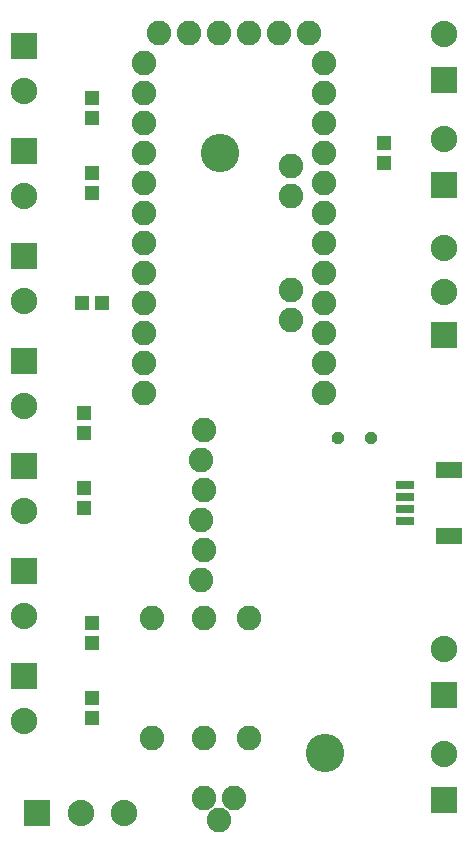
<source format=gts>
G75*
%MOIN*%
%OFA0B0*%
%FSLAX24Y24*%
%IPPOS*%
%LPD*%
%AMOC8*
5,1,8,0,0,1.08239X$1,22.5*
%
%ADD10C,0.1280*%
%ADD11R,0.0880X0.0880*%
%ADD12C,0.0880*%
%ADD13C,0.0820*%
%ADD14C,0.0050*%
%ADD15R,0.0867X0.0552*%
%ADD16R,0.0611X0.0316*%
%ADD17R,0.0474X0.0513*%
%ADD18R,0.0513X0.0474*%
D10*
X011610Y003610D03*
X008110Y023610D03*
D11*
X002030Y001600D03*
X001600Y006170D03*
X001600Y009670D03*
X001600Y013170D03*
X001600Y016670D03*
X001600Y020170D03*
X001600Y023670D03*
X001600Y027170D03*
X015600Y026030D03*
X015600Y022530D03*
X015600Y017530D03*
X015600Y005530D03*
X015600Y002030D03*
D12*
X015600Y003548D03*
X015600Y007048D03*
X015600Y018978D03*
X015600Y020426D03*
X015600Y024048D03*
X015600Y027548D03*
X001600Y025652D03*
X001600Y022152D03*
X001600Y018652D03*
X001600Y015152D03*
X001600Y011652D03*
X001600Y008152D03*
X001600Y004652D03*
X003478Y001600D03*
X004926Y001600D03*
D13*
X005850Y004100D03*
X007600Y004100D03*
X007600Y002100D03*
X008100Y001350D03*
X008600Y002100D03*
X009100Y004100D03*
X009100Y008100D03*
X007600Y008100D03*
X007490Y009350D03*
X007590Y010350D03*
X007490Y011350D03*
X007590Y012350D03*
X007490Y013350D03*
X007590Y014350D03*
X005600Y015600D03*
X005600Y016600D03*
X005600Y017600D03*
X005600Y018600D03*
X005600Y019600D03*
X005600Y020600D03*
X005600Y021600D03*
X005600Y022600D03*
X005600Y023600D03*
X005600Y024600D03*
X005600Y025600D03*
X005600Y026600D03*
X006100Y027600D03*
X007100Y027600D03*
X008100Y027600D03*
X009100Y027600D03*
X010100Y027600D03*
X011100Y027600D03*
X011600Y026600D03*
X011600Y025600D03*
X011600Y024600D03*
X011600Y023600D03*
X011600Y022600D03*
X011600Y021600D03*
X011600Y020600D03*
X011600Y019600D03*
X011600Y018600D03*
X011600Y017600D03*
X011600Y016600D03*
X011600Y015600D03*
X010475Y018038D03*
X010475Y019038D03*
X010475Y022163D03*
X010475Y023163D03*
X005850Y008100D03*
D14*
X011912Y013988D02*
X011891Y014020D01*
X011877Y014056D01*
X011872Y014094D01*
X011876Y014134D01*
X011888Y014172D01*
X011908Y014207D01*
X011936Y014236D01*
X011970Y014258D01*
X012007Y014272D01*
X012047Y014278D01*
X012086Y014273D01*
X012123Y014259D01*
X012157Y014237D01*
X012184Y014209D01*
X012205Y014175D01*
X012217Y014137D01*
X012221Y014098D01*
X012216Y014060D01*
X012203Y014023D01*
X012182Y013991D01*
X012155Y013964D01*
X012122Y013943D01*
X012085Y013931D01*
X012047Y013927D01*
X012009Y013930D01*
X011972Y013942D01*
X011940Y013962D01*
X011912Y013988D01*
X011899Y014008D02*
X012194Y014008D01*
X012215Y014057D02*
X011877Y014057D01*
X011873Y014105D02*
X012220Y014105D01*
X012212Y014154D02*
X011882Y014154D01*
X011906Y014202D02*
X012188Y014202D01*
X012137Y014251D02*
X011958Y014251D01*
X011943Y013960D02*
X012148Y013960D01*
X012979Y014057D02*
X013317Y014057D01*
X013318Y014060D02*
X013305Y014023D01*
X013284Y013991D01*
X013257Y013964D01*
X013224Y013943D01*
X013187Y013931D01*
X013149Y013927D01*
X013111Y013930D01*
X013074Y013942D01*
X013042Y013962D01*
X013014Y013988D01*
X012993Y014020D01*
X012979Y014056D01*
X012974Y014094D01*
X012978Y014134D01*
X012990Y014172D01*
X013010Y014207D01*
X013038Y014236D01*
X013072Y014258D01*
X013109Y014272D01*
X013149Y014278D01*
X013188Y014273D01*
X013226Y014259D01*
X013259Y014237D01*
X013286Y014209D01*
X013307Y014175D01*
X013319Y014137D01*
X013323Y014098D01*
X013318Y014060D01*
X013322Y014105D02*
X012975Y014105D01*
X012984Y014154D02*
X013314Y014154D01*
X013290Y014202D02*
X013008Y014202D01*
X013060Y014251D02*
X013239Y014251D01*
X013296Y014008D02*
X013001Y014008D01*
X013045Y013960D02*
X013250Y013960D01*
D15*
X015747Y013032D03*
X015747Y010828D03*
D16*
X014300Y011339D03*
X014300Y011733D03*
X014300Y012127D03*
X014300Y012521D03*
D17*
X013600Y023265D03*
X013600Y023935D03*
X003860Y024765D03*
X003860Y025435D03*
X003840Y022935D03*
X003840Y022265D03*
X003600Y014935D03*
X003600Y014265D03*
X003600Y012435D03*
X003600Y011765D03*
X003850Y007935D03*
X003850Y007265D03*
X003850Y005435D03*
X003850Y004765D03*
D18*
X003515Y018600D03*
X004185Y018600D03*
M02*

</source>
